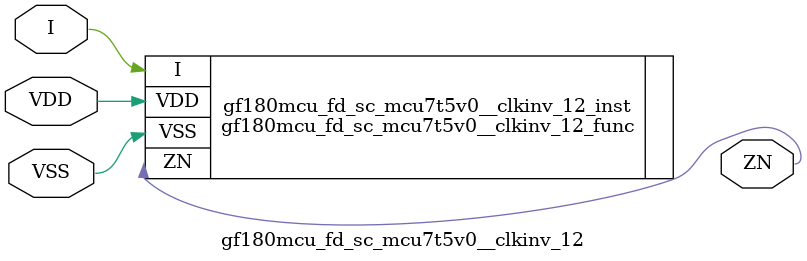
<source format=v>

module gf180mcu_fd_sc_mcu7t5v0__clkinv_12( I, ZN, VDD, VSS );
input I;
inout VDD, VSS;
output ZN;

   `ifdef FUNCTIONAL  //  functional //

	gf180mcu_fd_sc_mcu7t5v0__clkinv_12_func gf180mcu_fd_sc_mcu7t5v0__clkinv_12_behav_inst(.I(I),.ZN(ZN),.VDD(VDD),.VSS(VSS));

   `else

	gf180mcu_fd_sc_mcu7t5v0__clkinv_12_func gf180mcu_fd_sc_mcu7t5v0__clkinv_12_inst(.I(I),.ZN(ZN),.VDD(VDD),.VSS(VSS));

	// spec_gates_begin


	// spec_gates_end



   specify

	// specify_block_begin

	// comb arc I --> ZN
	 (I => ZN) = (1.0,1.0);

	// specify_block_end

   endspecify

   `endif

endmodule

</source>
